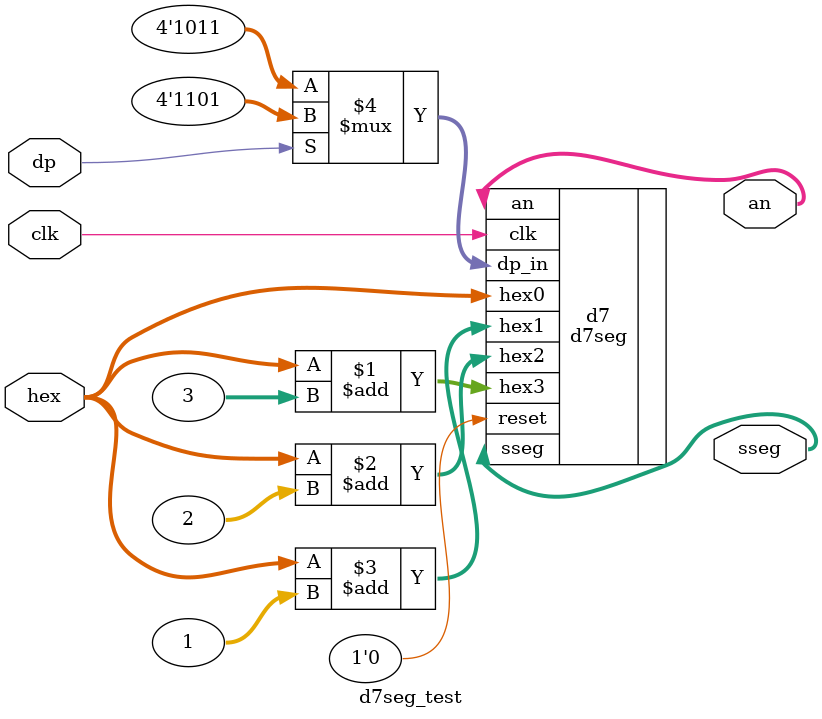
<source format=v>
`timescale 1ns / 1ps


module d7seg_test(
    input clk,
    input [3:0] hex,
    input dp,
    output [7:0] sseg,
    output [3:0] an
    );
    d7seg d7(.clk(clk),
        .reset(1'b0),
        .hex3(hex + 3),
        .hex2(hex + 2),
        .hex1(hex + 1),
        .hex0(hex),
        .dp_in(dp ? 4'b1101 : 4'b1011),
        .sseg(sseg),
        .an(an));
endmodule

</source>
